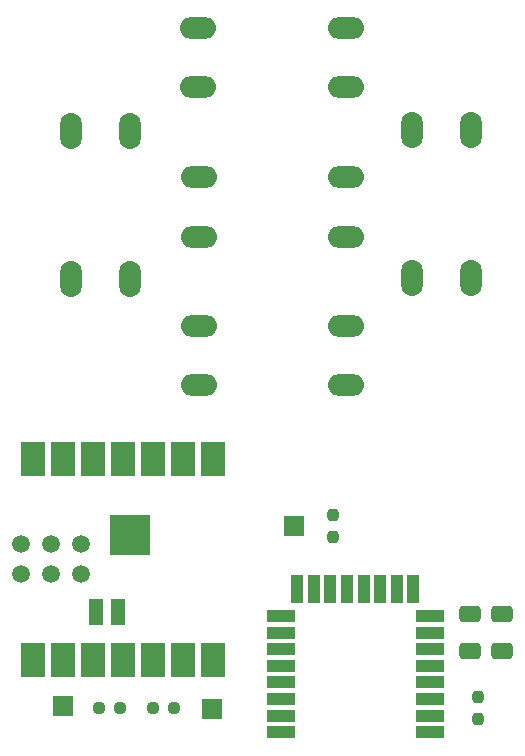
<source format=gts>
%TF.GenerationSoftware,KiCad,Pcbnew,7.0.10*%
%TF.CreationDate,2024-03-22T23:10:46-04:00*%
%TF.ProjectId,Remote PCB,52656d6f-7465-4205-9043-422e6b696361,rev?*%
%TF.SameCoordinates,Original*%
%TF.FileFunction,Soldermask,Top*%
%TF.FilePolarity,Negative*%
%FSLAX46Y46*%
G04 Gerber Fmt 4.6, Leading zero omitted, Abs format (unit mm)*
G04 Created by KiCad (PCBNEW 7.0.10) date 2024-03-22 23:10:46*
%MOMM*%
%LPD*%
G01*
G04 APERTURE LIST*
G04 Aperture macros list*
%AMRoundRect*
0 Rectangle with rounded corners*
0 $1 Rounding radius*
0 $2 $3 $4 $5 $6 $7 $8 $9 X,Y pos of 4 corners*
0 Add a 4 corners polygon primitive as box body*
4,1,4,$2,$3,$4,$5,$6,$7,$8,$9,$2,$3,0*
0 Add four circle primitives for the rounded corners*
1,1,$1+$1,$2,$3*
1,1,$1+$1,$4,$5*
1,1,$1+$1,$6,$7*
1,1,$1+$1,$8,$9*
0 Add four rect primitives between the rounded corners*
20,1,$1+$1,$2,$3,$4,$5,0*
20,1,$1+$1,$4,$5,$6,$7,0*
20,1,$1+$1,$6,$7,$8,$9,0*
20,1,$1+$1,$8,$9,$2,$3,0*%
G04 Aperture macros list end*
%ADD10RoundRect,0.250000X-0.650000X0.412500X-0.650000X-0.412500X0.650000X-0.412500X0.650000X0.412500X0*%
%ADD11RoundRect,0.237500X-0.250000X-0.237500X0.250000X-0.237500X0.250000X0.237500X-0.250000X0.237500X0*%
%ADD12O,3.048000X1.850000*%
%ADD13R,2.000000X3.000000*%
%ADD14C,1.500000*%
%ADD15R,1.300000X2.300000*%
%ADD16R,3.500000X3.500000*%
%ADD17O,1.850000X3.048000*%
%ADD18R,1.700000X1.700000*%
%ADD19RoundRect,0.237500X-0.237500X0.250000X-0.237500X-0.250000X0.237500X-0.250000X0.237500X0.250000X0*%
%ADD20R,2.450000X1.000000*%
%ADD21R,1.000000X2.450000*%
G04 APERTURE END LIST*
D10*
%TO.C,C1*%
X50165000Y-68524500D03*
X50165000Y-71649500D03*
%TD*%
D11*
%TO.C,R3*%
X23321000Y-76454000D03*
X25146000Y-76454000D03*
%TD*%
D12*
%TO.C,SW3*%
X27198000Y-44109000D03*
X39698000Y-44109000D03*
X27198000Y-49109000D03*
X39698000Y-49109000D03*
%TD*%
%TO.C,SW2*%
X27198000Y-31548000D03*
X39698000Y-31548000D03*
X27198000Y-36548000D03*
X39698000Y-36548000D03*
%TD*%
D13*
%TO.C,U1*%
X13152000Y-72381000D03*
X15692000Y-72381000D03*
X18232000Y-72381000D03*
X20772000Y-72381000D03*
X23312000Y-72381000D03*
X25852000Y-72381000D03*
X28392000Y-72381000D03*
X28392000Y-55381000D03*
X25852000Y-55381000D03*
X23312000Y-55381000D03*
X20772000Y-55381000D03*
X18232000Y-55381000D03*
X15692000Y-55381000D03*
X13152000Y-55381000D03*
D14*
X12192000Y-65151000D03*
X12192000Y-62611000D03*
X14732000Y-65151000D03*
X14732000Y-62611000D03*
X17272000Y-65151000D03*
X17272000Y-62611000D03*
D15*
X18472000Y-68381000D03*
X20372000Y-68381000D03*
D16*
X21372000Y-61781000D03*
%TD*%
D17*
%TO.C,SW5*%
X45252000Y-40022000D03*
X45252000Y-27522000D03*
X50252000Y-40022000D03*
X50252000Y-27522000D03*
%TD*%
D18*
%TO.C,VBATT*%
X15748000Y-76327000D03*
%TD*%
%TO.C,GND*%
X28321000Y-76581000D03*
%TD*%
D19*
%TO.C,R1*%
X38536000Y-60157500D03*
X38536000Y-61982500D03*
%TD*%
%TO.C,R4*%
X50877000Y-75548000D03*
X50877000Y-77373000D03*
%TD*%
D12*
%TO.C,SW1*%
X27161000Y-18923000D03*
X39661000Y-18923000D03*
X27161000Y-23923000D03*
X39661000Y-23923000D03*
%TD*%
D11*
%TO.C,R2*%
X18749000Y-76454000D03*
X20574000Y-76454000D03*
%TD*%
D10*
%TO.C,C2*%
X52882000Y-68524500D03*
X52882000Y-71649500D03*
%TD*%
D20*
%TO.C,DWM1*%
X46763000Y-78505800D03*
X46763000Y-77105800D03*
X46763000Y-75705800D03*
X46763000Y-74305800D03*
X46763000Y-72905800D03*
X46763000Y-71505800D03*
X46763000Y-70105800D03*
X46763000Y-68705800D03*
D21*
X45363000Y-66410800D03*
X43963000Y-66410800D03*
X42563000Y-66410800D03*
X41163000Y-66410800D03*
X39763000Y-66410800D03*
X38363000Y-66410800D03*
X36963000Y-66410800D03*
X35563000Y-66410800D03*
D20*
X34163000Y-68707000D03*
X34163000Y-70107000D03*
X34163000Y-71505800D03*
X34163000Y-72905800D03*
X34163000Y-74305800D03*
X34163000Y-75705800D03*
X34163000Y-77105800D03*
X34163000Y-78505800D03*
%TD*%
D17*
%TO.C,SW4*%
X16423000Y-40149000D03*
X16423000Y-27649000D03*
X21423000Y-40149000D03*
X21423000Y-27649000D03*
%TD*%
D18*
%TO.C,IRQ*%
X35256000Y-61070000D03*
%TD*%
M02*

</source>
